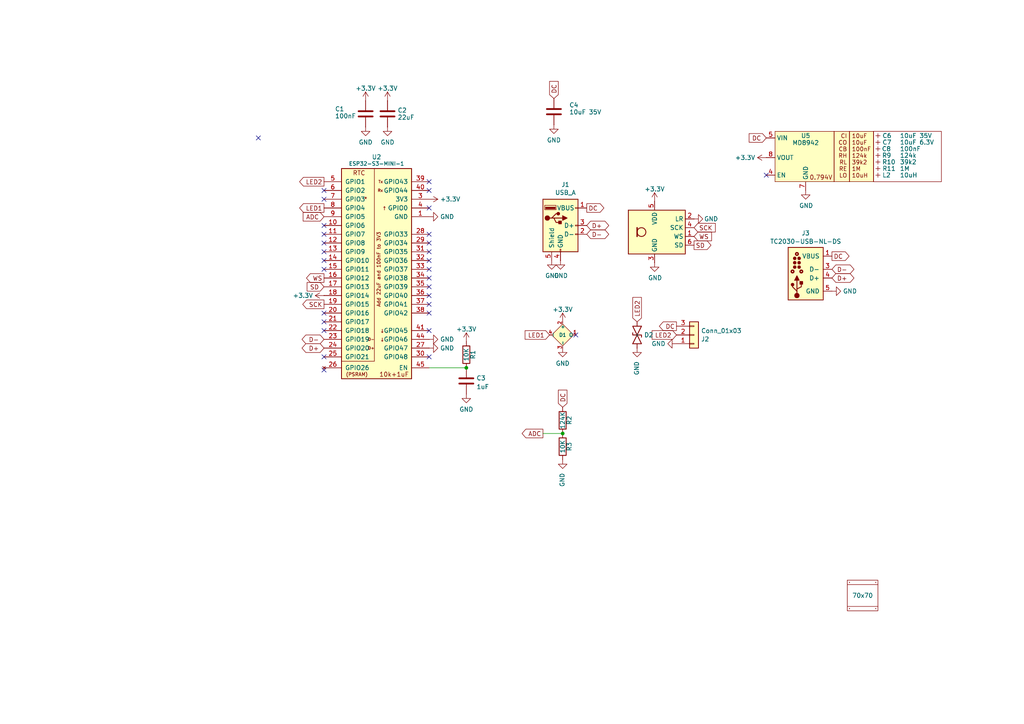
<source format=kicad_sch>
(kicad_sch (version 20231120) (generator "eeschema") (generator_version "8.0")
  (paper "A4")
  (title_block (title "Generic ESP32 USB-A") (date "${DATE}") (rev "1") (comment 1 "@TheRealRevK") (comment 2 "www.me.uk"))
  (lib_symbols
    (symbol "Connector:USB_A" (pin_names (offset 1.016))
      (property "Reference" "J" (at -5.08 11.43 0))
      (property "Value" "USB_A" (at -5.08 8.89 0))
      (symbol "USB_A_0_1"
        (rectangle (start -5.08 -7.62) (end 5.08 7.62) (stroke (width 0.254)) (fill (type background)))
        (circle (center -3.81 2.159) (radius 0.635) (stroke (width 0.254)) (fill (type outline)))
        (rectangle (start -1.524 4.826) (end -4.318 5.334) (fill (type outline)))
        (rectangle (start -1.27 4.572) (end -4.572 5.842))
        (circle (center -0.635 3.429) (radius 0.381) (stroke (width 0.254)) (fill (type outline)))
        (rectangle (start -0.127 -7.62) (end 0.127 -6.858))
        (polyline (pts (xy -3.175 2.159) (xy -2.54 2.159) (xy -1.27 3.429) (xy -0.635 3.429)) (stroke (width 0.254)))
        (polyline (pts (xy -2.54 2.159) (xy -1.905 2.159) (xy -1.27 0.889) (xy 0 0.889)) (stroke (width 0.254)))
        (polyline (pts (xy 0.635 2.794) (xy 0.635 1.524) (xy 1.905 2.159) (xy 0.635 2.794)) (stroke (width 0.254)) (fill (type outline)))
        (rectangle (start 0.254 1.27) (end -0.508 0.508) (stroke (width 0.254)) (fill (type outline)))
        (rectangle (start 5.08 -2.667) (end 4.318 -2.413))
        (rectangle (start 5.08 -0.127) (end 4.318 0.127))
        (rectangle (start 5.08 4.953) (end 4.318 5.207))
      )
      (symbol "USB_A_1_1"
        (polyline (pts (xy -1.905 2.159) (xy 0.635 2.159)) (stroke (width 0.254)))
        (pin power_in line (at 7.62 5.08 180) (length 2.54) (name "VBUS") (number "1"))
        (pin bidirectional line (at 7.62 -2.54 180) (length 2.54) (name "D-") (number "2"))
        (pin bidirectional line (at 7.62 0 180) (length 2.54) (name "D+") (number "3"))
        (pin power_in line (at 0 -10.16 90) (length 2.54) (name "GND") (number "4"))
        (pin passive line (at -2.54 -10.16 90) (length 2.54) (name "Shield") (number "5"))
      )
    )
    (symbol "Connector_Generic:Conn_01x03" (pin_names (offset 1.016) hide)
      (property "Reference" "J" (at 0 5.08 0))
      (property "Value" "Conn_01x03" (at 0 -5.08 0))
      (symbol "Conn_01x03_1_1"
        (rectangle (start -1.27 -2.413) (end 0 -2.667) (stroke (width 0.1524)))
        (rectangle (start -1.27 0.127) (end 0 -0.127) (stroke (width 0.1524)))
        (rectangle (start -1.27 2.667) (end 0 2.413) (stroke (width 0.1524)))
        (rectangle (start -1.27 3.81) (end 1.27 -3.81) (stroke (width 0.254)) (fill (type background)))
        (pin passive line (at -5.08 2.54 0) (length 3.81) (name "Pin_1") (number "1"))
        (pin passive line (at -5.08 0 0) (length 3.81) (name "Pin_2") (number "2"))
        (pin passive line (at -5.08 -2.54 0) (length 3.81) (name "Pin_3") (number "3"))
      )
    )
    (symbol "Device:C" (pin_numbers hide) (pin_names (offset 0.254))
      (property "Reference" "C" (at 0.635 2.54 0))
      (property "Value" "C" (at 0.635 -2.54 0))
      (symbol "C_0_1"
        (polyline (pts (xy -2.032 -0.762) (xy 2.032 -0.762)) (stroke (width 0.508)))
        (polyline (pts (xy -2.032 0.762) (xy 2.032 0.762)) (stroke (width 0.508)))
      )
      (symbol "C_1_1"
        (pin passive line (at 0 3.81 270) (length 2.794) (name "~") (number "1"))
        (pin passive line (at 0 -3.81 90) (length 2.794) (name "~") (number "2"))
      )
    )
    (symbol "Device:R" (pin_numbers hide) (pin_names (offset 0))
      (property "Reference" "R" (at 2.032 0 90))
      (property "Value" "R" (at 0 0 90))
      (symbol "R_0_1"
        (rectangle (start -1.016 -2.54) (end 1.016 2.54) (stroke (width 0.254)))
      )
      (symbol "R_1_1"
        (pin passive line (at 0 3.81 270) (length 1.27) (name "~") (number "1"))
        (pin passive line (at 0 -3.81 90) (length 1.27) (name "~") (number "2"))
      )
    )
    (symbol "RevK:ES05D1MC10" (pin_numbers hide)
      (property "Reference" "D" (at 0 2.54 0))
      (symbol "ES05D1MC10_0_1"
        (polyline (pts (xy -2.54 1.27) (xy -2.54 -1.27) (xy 0 0) (xy -2.54 1.27)) (stroke (width 0.254)))
        (polyline (pts (xy 2.54 -1.27) (xy 2.54 1.27) (xy 0 0) (xy 2.54 -1.27)) (stroke (width 0.254)))
      )
      (symbol "ES05D1MC10_1_1"
        (polyline (pts (xy 0.635 1.27) (xy 0 1.27) (xy 0 -1.27) (xy -0.635 -1.27)) (stroke (width 0.254)))
        (pin passive line (at 3.81 0 180) (length 1.27) (name "~") (number "1"))
        (pin passive line (at -3.81 0 0) (length 1.27) (name "~") (number "2"))
      )
    )
    (symbol "RevK:ESP32-S3-MINI-1-N4R2" (pin_names (offset 1.016))
      (property "Reference" "U" (at 9.525 28.575 0))
      (property "Value" "ESP32-S3-MINI-1-N4R2" (at 0 31.115 0))
      (symbol "ESP32-S3-MINI-1-N4R2_0_0"
        (rectangle (start -10.16 30.48) (end 10.16 -30.48) (stroke (width 0.254)) (fill (type background)))
      )
      (symbol "ESP32-S3-MINI-1-N4R2_1_1"
        (polyline (pts (xy -10.16 -25.4) (xy -0.635 -25.4)))
        (polyline (pts (xy -0.635 30.48) (xy -0.635 -25.4)))
        (text "(PSRAM)" (at -5.715 -29.21 0) (effects (font (size 1 1))))
        (text "*" (at -3.175 21.59 0) (effects (font (size 1.27 1.27))))
        (text "10k+1uF" (at 5.08 -29.21 0) (effects (font (size 1.27 1.27))))
        (text "Add 22uF and 100nF to 3V3" (at 0.635 1.27 900) (effects (font (size 1 1))))
        (text "D+" (at -2.54 -21.59 0) (effects (font (size 0.8 0.8)) (justify left)))
        (text "D-" (at -2.54 -19.05 0) (effects (font (size 0.8 0.8)) (justify left)))
        (text "RTC" (at -5.08 29.21 0) (effects (font (size 1.27 1.27))))
        (text "Rx" (at 1.905 24.13 0) (effects (font (size 0.8 0.8)) (justify right)))
        (text "Tx" (at 1.905 26.67 0) (effects (font (size 0.8 0.8)) (justify right)))
        (text "↑" (at 3.175 19.05 0) (effects (font (size 1.27 1.27)) (justify right)))
        (text "↓" (at 2.54 -19.05 0) (effects (font (size 1.27 1.27)) (justify right)))
        (text "↓" (at 2.54 -16.51 0) (effects (font (size 1.27 1.27)) (justify right)))
        (pin power_in line (at 15.24 16.51 180) (length 5.08) (name "GND") (number "1"))
        (pin passive line (at -15.24 13.97 0) (length 5.08) (name "GPIO6") (number "10"))
        (pin passive line (at -15.24 11.43 0) (length 5.08) (name "GPIO7") (number "11"))
        (pin passive line (at -15.24 8.89 0) (length 5.08) (name "GPIO8") (number "12"))
        (pin passive line (at -15.24 6.35 0) (length 5.08) (name "GPIO9") (number "13"))
        (pin passive line (at -15.24 3.81 0) (length 5.08) (name "GPIO10") (number "14"))
        (pin passive line (at -15.24 1.27 0) (length 5.08) (name "GPIO11") (number "15"))
        (pin passive line (at -15.24 -1.27 0) (length 5.08) (name "GPIO12") (number "16"))
        (pin passive line (at -15.24 -3.81 0) (length 5.08) (name "GPIO13") (number "17"))
        (pin passive line (at -15.24 -6.35 0) (length 5.08) (name "GPIO14") (number "18"))
        (pin passive line (at -15.24 -8.89 0) (length 5.08) (name "GPIO15") (number "19"))
        (pin power_in line (at 15.24 16.51 180) (length 5.08) hide (name "GND") (number "2"))
        (pin passive line (at -15.24 -11.43 0) (length 5.08) (name "GPIO16") (number "20"))
        (pin passive line (at -15.24 -13.97 0) (length 5.08) (name "GPIO17") (number "21"))
        (pin passive line (at -15.24 -16.51 0) (length 5.08) (name "GPIO18") (number "22"))
        (pin passive line (at -15.24 -19.05 0) (length 5.08) (name "GPIO19") (number "23"))
        (pin passive line (at -15.24 -21.59 0) (length 5.08) (name "GPIO20") (number "24"))
        (pin passive line (at -15.24 -24.13 0) (length 5.08) (name "GPIO21") (number "25"))
        (pin no_connect line (at -15.24 -27.305 0) (length 5.08) (name "GPIO26") (number "26"))
        (pin passive line (at 15.24 -21.59 180) (length 5.08) (name "GPIO47") (number "27"))
        (pin passive line (at 15.24 11.43 180) (length 5.08) (name "GPIO33") (number "28"))
        (pin passive line (at 15.24 8.89 180) (length 5.08) (name "GPIO34") (number "29"))
        (pin power_in line (at 15.24 21.59 180) (length 5.08) (name "3V3") (number "3"))
        (pin passive line (at 15.24 -24.13 180) (length 5.08) (name "GPIO48") (number "30"))
        (pin passive line (at 15.24 6.35 180) (length 5.08) (name "GPIO35") (number "31"))
        (pin passive line (at 15.24 3.81 180) (length 5.08) (name "GPIO36") (number "32"))
        (pin passive line (at 15.24 1.27 180) (length 5.08) (name "GPIO37") (number "33"))
        (pin passive line (at 15.24 -1.27 180) (length 5.08) (name "GPIO38") (number "34"))
        (pin passive line (at 15.24 -3.81 180) (length 5.08) (name "GPIO39") (number "35"))
        (pin passive line (at 15.24 -6.35 180) (length 5.08) (name "GPIO40") (number "36"))
        (pin passive line (at 15.24 -8.89 180) (length 5.08) (name "GPIO41") (number "37"))
        (pin passive line (at 15.24 -11.43 180) (length 5.08) (name "GPIO42") (number "38"))
        (pin passive line (at 15.24 26.67 180) (length 5.08) (name "GPIO43") (number "39"))
        (pin passive line (at 15.24 19.05 180) (length 5.08) (name "GPIO0") (number "4"))
        (pin passive line (at 15.24 24.13 180) (length 5.08) (name "GPIO44") (number "40"))
        (pin passive line (at 15.24 -16.51 180) (length 5.08) (name "GPIO45") (number "41"))
        (pin power_in line (at 15.24 16.51 180) (length 5.08) hide (name "GND") (number "42"))
        (pin power_in line (at 15.24 16.51 180) (length 5.08) hide (name "GND") (number "43"))
        (pin passive line (at 15.24 -19.05 180) (length 5.08) (name "GPIO46") (number "44"))
        (pin input line (at 15.24 -27.305 180) (length 5.08) (name "EN") (number "45"))
        (pin power_in line (at 15.24 16.51 180) (length 5.08) hide (name "GND") (number "46"))
        (pin power_in line (at 15.24 16.51 180) (length 5.08) hide (name "GND") (number "47"))
        (pin power_in line (at 15.24 16.51 180) (length 5.08) hide (name "GND") (number "48"))
        (pin power_in line (at 15.24 16.51 180) (length 5.08) hide (name "GND") (number "49"))
        (pin passive line (at -15.24 26.67 0) (length 5.08) (name "GPIO1") (number "5"))
        (pin power_in line (at 15.24 16.51 180) (length 5.08) hide (name "GND") (number "50"))
        (pin power_in line (at 15.24 16.51 180) (length 5.08) hide (name "GND") (number "51"))
        (pin power_in line (at 15.24 16.51 180) (length 5.08) hide (name "GND") (number "52"))
        (pin power_in line (at 15.24 16.51 180) (length 5.08) hide (name "GND") (number "53"))
        (pin power_in line (at 15.24 16.51 180) (length 5.08) hide (name "GND") (number "54"))
        (pin power_in line (at 15.24 16.51 180) (length 5.08) hide (name "GND") (number "55"))
        (pin power_in line (at 15.24 16.51 180) (length 5.08) hide (name "GND") (number "56"))
        (pin power_in line (at 15.24 16.51 180) (length 5.08) hide (name "GND") (number "57"))
        (pin power_in line (at 15.24 16.51 180) (length 5.08) hide (name "GND") (number "58"))
        (pin power_in line (at 15.24 16.51 180) (length 5.08) hide (name "GND") (number "59"))
        (pin passive line (at -15.24 24.13 0) (length 5.08) (name "GPIO2") (number "6"))
        (pin power_in line (at 15.24 16.51 180) (length 5.08) hide (name "GND") (number "60"))
        (pin power_in line (at 15.24 16.51 180) (length 5.08) hide (name "GND") (number "61"))
        (pin power_in line (at 15.24 16.51 180) (length 5.08) hide (name "GND") (number "62"))
        (pin power_in line (at 15.24 16.51 180) (length 5.08) hide (name "GND") (number "63"))
        (pin power_in line (at 15.24 16.51 180) (length 5.08) hide (name "GND") (number "64"))
        (pin power_in line (at 15.24 16.51 180) (length 5.08) hide (name "GND") (number "65"))
        (pin passive line (at -15.24 21.59 0) (length 5.08) (name "GPIO3") (number "7"))
        (pin passive line (at -15.24 19.05 0) (length 5.08) (name "GPIO4") (number "8"))
        (pin passive line (at -15.24 16.51 0) (length 5.08) (name "GPIO5") (number "9"))
      )
    )
    (symbol "RevK:Hidden" (pin_names (offset 1.016)) (in_bom no)
      (property "Reference" "Z" (at 0.635 0 0))
      (property "Value" "Hidden" (at 4.445 0 0))
      (symbol "Hidden_0_1"
        (polyline (pts (xy -0.635 0) (xy 0.635 0)) (stroke (width 0.1524)))
        (polyline (pts (xy 0 0.635) (xy 0 -0.635)) (stroke (width 0.1524)))
      )
    )
    (symbol "RevK:ICS43434_MEMS_Mic"
      (symbol "ICS43434_MEMS_Mic_1_1"
        (rectangle (start -7.62 6.35) (end 8.89 -6.35) (stroke (width 0.254)) (fill (type background)))
        (circle (center -3.81 0) (radius 1.27) (stroke (width 0.254)))
        (polyline (pts (xy -5.08 1.27) (xy -5.08 -1.27)) (stroke (width 0.381)))
        (pin input line (at 11.43 -1.27 180) (length 2.54) (name "WS") (number "1"))
        (pin input line (at 11.43 3.81 180) (length 2.54) (name "LR") (number "2"))
        (pin power_in line (at 0 -8.89 90) (length 2.54) (name "GND") (number "3"))
        (pin input line (at 11.43 1.27 180) (length 2.54) (name "SCK") (number "4"))
        (pin power_in line (at 0 8.89 270) (length 2.54) (name "VDD") (number "5"))
        (pin output line (at 11.43 -3.81 180) (length 2.54) (name "SD") (number "6"))
      )
    )
    (symbol "RevK:MD89420-RegBlock"
      (property "Reference" "U" (at -0.635 4.445 0))
      (property "Value" "MD8942" (at 0 6.35 0))
      (symbol "MD89420-RegBlock_1_1"
        (rectangle (start -8.89 7.62) (end 8.255 -6.985) (fill (type background)))
        (rectangle (start 8.255 7.62) (end 12.7 -6.985) (fill (type background)))
        (rectangle (start 12.7 7.62) (end 19.685 -6.985) (fill (type background)))
        (rectangle (start 19.685 7.62) (end 39.37 -6.985))
        (text "0.794V" (at 4.445 -5.715 0) (effects (font (size 1.27 1.27))))
        (text "10uF\n10uF\n100nF\n124k\n39k2\n1M\n10uH" (at 13.335 6.985 0) (effects (font (size 1.185 1.185)) (justify left top)))
        (text "CI\nCO\nCB\nRH\nRL\nRE\nLO" (at 12.065 6.985 0) (effects (font (size 1.185 1.185)) (justify right top)))
        (pin no_connect line (at 5.715 0 0) (length 2.54) hide (name "") (number "1"))
        (pin power_in line (at 0 -9.525 90) (length 2.54) hide (name "GND") (number "2"))
        (pin no_connect line (at 5.715 1.905 0) (length 2.54) hide (name "") (number "3"))
        (pin input line (at -11.43 -5.08 0) (length 2.54) (name "EN") (number "4"))
        (pin power_in line (at -11.43 5.715 0) (length 2.54) (name "VIN") (number "5"))
        (pin no_connect line (at 5.715 -1.905 0) (length 2.54) hide (name "") (number "6"))
        (pin power_in line (at 0 -9.525 90) (length 2.54) (name "GND") (number "7"))
        (pin power_out line (at -11.43 0 0) (length 2.54) (name "VOUT") (number "8"))
      )
    )
    (symbol "RevK:PCB" (in_bom no)
      (property "Value" "XxY" (at 0 0 0))
      (symbol "PCB_0_1"
        (rectangle (start -4.445 4.445) (end 4.445 -4.445))
        (circle (center -3.81 -3.81) (radius 0.0001))
        (circle (center -3.81 3.81) (radius 0.0001))
        (circle (center 3.81 -3.81) (radius 0.0001))
        (circle (center 3.81 3.81) (radius 0.0001))
      )
    )
    (symbol "RevK:TC2030-USB-NL" (pin_names (offset 1.016)) (in_bom no)
      (property "Reference" "J" (at 0 10.922 0))
      (property "Value" "TC2030-USB-NL" (at 0 8.89 0))
      (symbol "TC2030-USB-NL_0_1"
        (rectangle (start -5.08 7.62) (end 5.08 -7.62) (stroke (width 0.254)) (fill (type background)))
        (circle (center -3.81 -3.175) (radius 0.381) (stroke (width 0.254)) (fill (type outline)))
        (circle (center -3.175 1.905) (radius 0.381) (stroke (width 0.254)) (fill (type outline)))
        (circle (center -3.175 3.175) (radius 0.381) (stroke (width 0.254)) (fill (type outline)))
        (circle (center -3.175 4.445) (radius 0.381) (stroke (width 0.254)) (fill (type outline)))
        (circle (center -2.54 -6.35) (radius 0.635) (stroke (width 0.254)) (fill (type outline)))
        (circle (center -1.905 1.905) (radius 0.381) (stroke (width 0.254)) (fill (type outline)))
        (circle (center -1.905 3.175) (radius 0.381) (stroke (width 0.254)) (fill (type outline)))
        (circle (center -1.905 4.445) (radius 0.381) (stroke (width 0.254)) (fill (type outline)))
        (rectangle (start -1.651 -2.286) (end -0.889 -3.048) (stroke (width 0.254)) (fill (type outline)))
        (polyline (pts (xy -3.175 -1.905) (xy -1.905 -1.905) (xy -2.54 -0.635) (xy -3.175 -1.905)) (stroke (width 0.254)) (fill (type outline)))
        (polyline (pts (xy -2.54 -5.715) (xy -2.54 -5.08) (xy -3.81 -3.81) (xy -3.81 -3.175)) (stroke (width 0.254)))
        (polyline (pts (xy -2.54 -5.08) (xy -2.54 -4.445) (xy -1.27 -3.81) (xy -1.27 -2.54)) (stroke (width 0.254)))
      )
      (symbol "TC2030-USB-NL_1_1"
        (circle (center -3.81 0.635) (radius 0.381) (stroke (width 0.4)))
        (circle (center -2.54 5.715) (radius 0.381) (stroke (width 0.4)))
        (circle (center -1.27 0.635) (radius 0.381) (stroke (width 0.4)))
        (polyline (pts (xy -2.54 -4.445) (xy -2.54 -1.905)) (stroke (width 0.254)))
        (pin passive line (at 7.62 5.08 180) (length 2.54) (name "VBUS") (number "1"))
        (pin passive line (at 7.62 5.08 180) (length 2.54) hide (name "VBUS") (number "2"))
        (pin bidirectional line (at 7.62 1.27 180) (length 2.54) (name "D-") (number "3"))
        (pin bidirectional line (at 7.62 -1.27 180) (length 2.54) (name "D+") (number "4"))
        (pin passive line (at 7.62 -5.08 180) (length 2.54) (name "GND") (number "5"))
        (pin passive line (at 7.62 -5.08 180) (length 2.54) hide (name "GND") (number "6"))
      )
    )
    (symbol "RevK:VCUT" (in_bom no)
      (symbol "VCUT_0_1"
        (polyline (pts (xy -4.445 0) (xy 4.445 0)))
      )
    )
    (symbol "RevK:WS2812B-1mm" (pin_names (offset 0.254))
      (property "Reference" "D" (at 0 0 0))
      (symbol "WS2812B-1mm_1_1"
        (polyline (pts (xy 0 3.175) (xy 3.175 0) (xy 0 -3.175) (xy -3.175 0) (xy 0 3.175)) (fill (type background)))
        (pin output line (at 3.81 0 180) (length 0.5) (name "O") (number "1"))
        (pin power_in line (at 0 -3.81 90) (length 0.5) (name "+") (number "2"))
        (pin power_in line (at 0 3.81 270) (length 0.5) (name "-") (number "3"))
        (pin input line (at -3.81 0 0) (length 0.5) (name "I") (number "4"))
      )
    )
    (symbol "power:+3.3V" (power) (pin_numbers hide) (pin_names (offset 0) hide)
      (property "Value" "+3.3V" (at 0 3.556 0))
      (symbol "+3.3V_0_1"
        (polyline (pts (xy -0.762 1.27) (xy 0 2.54)))
        (polyline (pts (xy 0 0) (xy 0 2.54)))
        (polyline (pts (xy 0 2.54) (xy 0.762 1.27)))
      )
      (symbol "+3.3V_1_1"
        (pin power_in line (at 0 0 90) (length 0) (name "~") (number "1"))
      )
    )
    (symbol "power:GND" (power) (pin_numbers hide) (pin_names (offset 0) hide)
      (property "Value" "GND" (at 0 -3.81 0))
      (symbol "GND_0_1"
        (polyline (pts (xy 0 0) (xy 0 -1.27) (xy 1.27 -1.27) (xy 0 -2.54) (xy -1.27 -1.27) (xy 0 -1.27)))
      )
      (symbol "GND_1_1"
        (pin power_in line (at 0 0 270) (length 0) (name "~") (number "1"))
      )
    )
  )
  (junction (at 163.195 125.73))
  (junction (at 135.255 106.68))
  (no_connect (at 93.98 73.025))
  (no_connect (at 124.46 52.705))
  (no_connect (at 124.46 67.945))
  (no_connect (at 93.98 65.405))
  (no_connect (at 124.46 75.565))
  (no_connect (at 93.98 95.885))
  (no_connect (at 93.98 57.785))
  (no_connect (at 222.25 50.8))
  (no_connect (at 124.46 103.505))
  (no_connect (at 74.93 40.005))
  (no_connect (at 124.46 70.485))
  (no_connect (at 124.46 90.805))
  (no_connect (at 124.46 83.185))
  (no_connect (at 93.98 55.245))
  (no_connect (at 124.46 95.885))
  (no_connect (at 124.46 85.725))
  (no_connect (at 124.46 88.265))
  (no_connect (at 167.005 97.155))
  (no_connect (at 93.98 103.505))
  (no_connect (at 124.46 78.105))
  (no_connect (at 124.46 80.645))
  (no_connect (at 93.98 75.565))
  (no_connect (at 93.98 67.945))
  (no_connect (at 93.98 93.345))
  (no_connect (at 93.98 78.105))
  (no_connect (at 93.98 107.315))
  (no_connect (at 93.98 70.485))
  (no_connect (at 124.46 73.025))
  (no_connect (at 124.46 60.325))
  (no_connect (at 124.46 55.245))
  (no_connect (at 93.98 90.805))
  (wire (pts (xy 157.48 125.73) (xy 163.195 125.73)))
  (wire (pts (xy 124.46 106.68) (xy 135.255 106.68)))
  (global_label "LED2" (shape input) (at 196.215 97.155 180) (property "Intersheetrefs" "${INTERSHEET_REFS}" (effects (hide yes))))
  (global_label "D+" (shape bidirectional) (at 170.18 65.405 0) (property "Intersheetrefs" "${INTERSHEET_REFS}" (effects (hide yes))))
  (global_label "DC" (shape input) (at 222.25 40.005 180) (property "Intersheetrefs" "${INTERSHEET_REFS}" (effects (hide yes))))
  (global_label "ADC" (shape input) (at 93.98 62.865 180) (property "Intersheetrefs" "${INTERSHEET_REFS}" (effects (hide yes))))
  (global_label "WS" (shape output) (at 93.98 80.645 180) (property "Intersheetrefs" "${INTERSHEET_REFS}" (effects (hide yes))))
  (global_label "D+" (shape bidirectional) (at 241.3 80.645 0) (property "Intersheetrefs" "${INTERSHEET_REFS}" (effects (hide yes))))
  (global_label "LED2" (shape input) (at 184.785 93.345 90) (property "Intersheetrefs" "${INTERSHEET_REFS}" (effects (hide yes))))
  (global_label "DC" (shape output) (at 241.3 74.295 0) (property "Intersheetrefs" "${INTERSHEET_REFS}" (effects (hide yes))))
  (global_label "SD" (shape output) (at 201.295 71.12 0) (property "Intersheetrefs" "${INTERSHEET_REFS}" (effects (hide yes))))
  (global_label "D+" (shape bidirectional) (at 93.98 100.965 180) (property "Intersheetrefs" "${INTERSHEET_REFS}" (effects (hide yes))))
  (global_label "DC" (shape input) (at 160.655 28.575 90) (property "Intersheetrefs" "${INTERSHEET_REFS}" (effects (hide yes))))
  (global_label "LED2" (shape output) (at 93.98 52.705 180) (property "Intersheetrefs" "${INTERSHEET_REFS}" (effects (hide yes))))
  (global_label "DC" (shape input) (at 163.195 118.11 90) (property "Intersheetrefs" "${INTERSHEET_REFS}" (effects (hide yes))))
  (global_label "SD" (shape input) (at 93.98 83.185 180) (property "Intersheetrefs" "${INTERSHEET_REFS}" (effects (hide yes))))
  (global_label "D-" (shape bidirectional) (at 170.18 67.945 0) (property "Intersheetrefs" "${INTERSHEET_REFS}" (effects (hide yes))))
  (global_label "DC" (shape output) (at 196.215 94.615 180) (property "Intersheetrefs" "${INTERSHEET_REFS}" (effects (hide yes))))
  (global_label "SCK" (shape input) (at 201.295 66.04 0) (property "Intersheetrefs" "${INTERSHEET_REFS}" (effects (hide yes))))
  (global_label "D-" (shape bidirectional) (at 93.98 98.425 180) (property "Intersheetrefs" "${INTERSHEET_REFS}" (effects (hide yes))))
  (global_label "DC" (shape output) (at 170.18 60.325 0) (property "Intersheetrefs" "${INTERSHEET_REFS}" (effects (hide yes))))
  (global_label "ADC" (shape output) (at 157.48 125.73 180) (property "Intersheetrefs" "${INTERSHEET_REFS}" (effects (hide yes))))
  (global_label "WS" (shape input) (at 201.295 68.58 0) (property "Intersheetrefs" "${INTERSHEET_REFS}" (effects (hide yes))))
  (global_label "D-" (shape bidirectional) (at 241.3 78.105 0) (property "Intersheetrefs" "${INTERSHEET_REFS}" (effects (hide yes))))
  (global_label "LED1" (shape input) (at 159.385 97.155 180) (property "Intersheetrefs" "${INTERSHEET_REFS}" (effects (hide yes))))
  (global_label "LED1" (shape output) (at 93.98 60.325 180) (property "Intersheetrefs" "${INTERSHEET_REFS}" (effects (hide yes))))
  (global_label "SCK" (shape output) (at 93.98 88.265 180) (property "Intersheetrefs" "${INTERSHEET_REFS}" (effects (hide yes))))
  (symbol (lib_id "Connector:USB_A") (at 162.56 65.405 0) (unit 1) (in_bom no)
    (property "Reference" "J1" (at 164.0078 53.5432 0))
    (property "Value" "USB_A" (at 164.0078 55.8546 0))
    (property "Footprint" "RevK:USB-A-PCB" (effects (hide yes)))
    (property "Description" "USB Type A connector" (effects (hide yes)))
  )
  (symbol (lib_id "power:GND") (at 160.02 75.565 0) (unit 1)
    (property "Reference" "#PWR06" (effects (hide yes)))
    (property "Value" "GND" (at 160.147 79.9592 0))
    (property "Description" "Power symbol creates a global label with name \"GND\" , ground" (effects (hide yes)))
  )
  (symbol (lib_id "power:GND") (at 162.56 75.565 0) (unit 1)
    (property "Reference" "#PWR07" (effects (hide yes)))
    (property "Value" "GND" (at 162.687 79.9592 0))
    (property "Description" "Power symbol creates a global label with name \"GND\" , ground" (effects (hide yes)))
  )
  (symbol (lib_id "RevK:Hidden") (at 254.635 41.275 0) (unit 1)
    (property "Reference" "C7" (at 255.905 41.275 0) (effects (justify left)))
    (property "Value" "10uF 6.3V" (at 260.985 41.275 0) (effects (justify left)))
    (property "Footprint" "RevK:C_0603_" (effects (hide yes)))
    (property "MPN" "C1691" (effects (hide yes)))
  )
  (symbol (lib_id "power:GND") (at 124.46 98.425 90) (unit 1)
    (property "Reference" "#PWR021" (effects (hide yes)))
    (property "Value" "GND" (at 127.635 98.425 90) (effects (justify right)))
    (property "Description" "Power symbol creates a global label with name \"GND\" , ground" (effects (hide yes)))
  )
  (symbol (lib_id "RevK:MD89420-RegBlock") (at 233.68 45.72 0) (unit 1)
    (property "Reference" "U5" (at 233.68 39.37 0))
    (property "Value" "MD8942" (at 233.68 41.418 0))
    (property "Footprint" "RevK:SOT-23-6-MD8942" (effects (hide yes)))
    (property "Datasheet" "https://datasheet.lcsc.com/lcsc/2101111937_Shanghai-Mingda-Microelectronics-MD8942_C2684786.pdf" (effects (hide yes)))
    (property "MPN" "C2684786" (effects (hide yes)))
  )
  (symbol (lib_id "RevK:Hidden") (at 254.635 39.37 0) (unit 1)
    (property "Reference" "C6" (at 255.905 39.37 0) (effects (justify left)))
    (property "Value" "10uF 35V" (at 260.985 39.37 0) (effects (justify left)))
    (property "Footprint" "RevK:C_0603_" (effects (hide yes)))
    (property "MPN" "C194427" (effects (hide yes)))
  )
  (symbol (lib_id "power:+3.3V") (at 135.255 99.06 0) (unit 1)
    (property "Reference" "#PWR0106" (effects (hide yes)))
    (property "Value" "+3.3V" (at 135.255 95.4842 0))
    (property "Description" "Power symbol creates a global label with name \"+3.3V\"" (effects (hide yes)))
  )
  (symbol (lib_id "RevK:WS2812B-1mm") (at 163.195 97.155 0) (mirror x) (unit 1)
    (property "Reference" "D1" (at 163.195 97.155 0) (effects (font (size 1 1))))
    (property "Value" "XL-1010RGBC-WS2812B" (effects (hide yes)))
    (property "Footprint" "RevK:SMD1010" (effects (hide yes)))
    (property "Datasheet" "https://datasheet.lcsc.com/lcsc/2301111010_XINGLIGHT-XL-1010RGBC-WS2812B_C5349953.pdf" (effects (hide yes)))
    (property "Description" "RGB LED with integrated controller" (effects (hide yes)))
    (property "MPN" "C5349953" (effects (hide yes)))
  )
  (symbol (lib_id "power:GND") (at 196.215 99.695 270) (unit 1)
    (property "Reference" "#PWR014" (effects (hide yes)))
    (property "Value" "GND" (at 193.0401 99.695 90) (effects (justify right)))
    (property "Description" "Power symbol creates a global label with name \"GND\" , ground" (effects (hide yes)))
  )
  (symbol (lib_id "RevK:VCUT") (at 250.19 175.895 0) (unit 1) (exclude_from_sim yes) (in_bom no)
    (property "Reference" "V2" (effects (hide yes)))
    (property "Value" "70" (effects (hide yes)))
    (property "Footprint" "RevK:VCUT70N" (effects (hide yes)))
  )
  (symbol (lib_id "Device:C") (at 160.655 32.385 0) (unit 1)
    (property "Reference" "C4" (at 165.1 30.464 0) (effects (justify left)))
    (property "Value" "10uF 35V" (at 165.1 32.512 0) (effects (justify left)))
    (property "Footprint" "RevK:C_0603" (effects (hide yes)))
    (property "Description" "Unpolarized capacitor" (effects (hide yes)))
    (property "MPN" "C194427" (effects (hide yes)))
  )
  (symbol (lib_id "power:GND") (at 201.295 63.5 90) (unit 1)
    (property "Reference" "#PWR019" (effects (hide yes)))
    (property "Value" "GND" (at 206.248 63.5 90))
    (property "Description" "Power symbol creates a global label with name \"GND\" , ground" (effects (hide yes)))
  )
  (symbol (lib_id "RevK:TC2030-USB-NL") (at 233.68 79.375 0) (unit 1) (in_bom no)
    (property "Reference" "J3" (at 233.68 67.6105 0))
    (property "Value" "TC2030-USB-NL-DS" (at 233.68 70.0348 0))
    (property "Footprint" "RevK:Tag-Connect_TC2030-IDC-NL_2x03_P1.27mm_Vertical" (effects (hide yes)))
    (property "Datasheet" " ~" (effects (hide yes)))
    (property "Description" "TC2030-USB-NL" (effects (hide yes)))
  )
  (symbol (lib_id "power:+3.3V") (at 222.25 45.72 90) (unit 1)
    (property "Reference" "#PWR09" (effects (hide yes)))
    (property "Value" "+3.3V" (at 219.075 45.72 90) (effects (justify left)))
    (property "Description" "Power symbol creates a global label with name \"+3.3V\"" (effects (hide yes)))
  )
  (symbol (lib_id "RevK:ICS43434_MEMS_Mic") (at 189.865 67.31 0) (unit 1)
    (property "Reference" "U1" (effects (hide yes)))
    (property "Value" "ICS43434_MEMS_Mic" (effects (hide yes)))
    (property "Footprint" "RevK:ICS43434_MEMS_Mic" (effects (hide yes)))
    (property "Datasheet" "https://www.lcsc.com/datasheet/lcsc_datasheet_2312010321_TDK-InvenSense-ICS-43434_C5656610.pdf" (effects (hide yes)))
    (property "Description" "I2S Microphone" (effects (hide yes)))
    (property "MPN" "C5656610" (effects (hide yes)))
  )
  (symbol (lib_id "power:GND") (at 184.785 100.965 0) (unit 1)
    (property "Reference" "#PWR023" (effects (hide yes)))
    (property "Value" "GND" (at 184.658 104.775 90) (effects (justify right)))
    (property "Description" "Power symbol creates a global label with name \"GND\" , ground" (effects (hide yes)))
  )
  (symbol (lib_id "Device:C") (at 135.255 110.49 0) (unit 1)
    (property "Reference" "C3" (at 138.176 109.6553 0) (effects (justify left)))
    (property "Value" "1uF" (at 138.176 112.1922 0) (effects (justify left)))
    (property "Footprint" "RevK:C_0402" (effects (hide yes)))
    (property "Description" "Unpolarized capacitor" (effects (hide yes)))
  )
  (symbol (lib_id "power:GND") (at 241.3 84.455 90) (unit 1)
    (property "Reference" "#PWR015" (effects (hide yes)))
    (property "Value" "GND" (at 244.475 84.455 90) (effects (justify right)))
    (property "Description" "Power symbol creates a global label with name \"GND\" , ground" (effects (hide yes)))
  )
  (symbol (lib_id "power:GND") (at 189.865 76.2 0) (unit 1)
    (property "Reference" "#PWR018" (effects (hide yes)))
    (property "Value" "GND" (at 189.992 80.5942 0))
    (property "Description" "Power symbol creates a global label with name \"GND\" , ground" (effects (hide yes)))
  )
  (symbol (lib_id "power:+3.3V") (at 163.195 93.345 0) (unit 1)
    (property "Reference" "#PWR016" (effects (hide yes)))
    (property "Value" "+3.3V" (at 163.195 89.7692 0))
    (property "Description" "Power symbol creates a global label with name \"+3.3V\"" (effects (hide yes)))
  )
  (symbol (lib_id "power:+3.3V") (at 189.865 58.42 0) (unit 1)
    (property "Reference" "#PWR02" (effects (hide yes)))
    (property "Value" "+3.3V" (at 189.865 54.8442 0))
    (property "Description" "Power symbol creates a global label with name \"+3.3V\"" (effects (hide yes)))
  )
  (symbol (lib_id "RevK:VCUT") (at 250.19 169.545 0) (unit 1) (exclude_from_sim yes) (in_bom no)
    (property "Reference" "V1" (effects (hide yes)))
    (property "Value" "70" (effects (hide yes)))
    (property "Footprint" "RevK:VCUT70N" (effects (hide yes)))
  )
  (symbol (lib_id "power:GND") (at 106.045 36.83 0) (unit 1)
    (property "Reference" "#PWR011" (effects (hide yes)))
    (property "Value" "GND" (at 106.045 41.2734 0))
    (property "Description" "Power symbol creates a global label with name \"GND\" , ground" (effects (hide yes)))
  )
  (symbol (lib_id "RevK:Hidden") (at 254.635 48.895 0) (unit 1)
    (property "Reference" "R11" (at 255.905 48.895 0) (effects (justify left)))
    (property "Value" "1M" (at 260.985 48.895 0) (effects (justify left)))
    (property "Footprint" "RevK:R_0402_" (effects (hide yes)))
  )
  (symbol (lib_id "power:+3.3V") (at 112.395 29.21 0) (unit 1)
    (property "Reference" "#PWR012" (effects (hide yes)))
    (property "Value" "+3.3V" (at 112.395 25.6342 0))
    (property "Description" "Power symbol creates a global label with name \"+3.3V\"" (effects (hide yes)))
  )
  (symbol (lib_id "Device:R") (at 163.195 129.54 0) (unit 1)
    (property "Reference" "R3" (at 165.1 129.54 90))
    (property "Value" "10K" (at 163.195 129.54 90))
    (property "Footprint" "RevK:R_0402" (effects (hide yes)))
    (property "Description" "Resistor" (effects (hide yes)))
  )
  (symbol (lib_id "Device:C") (at 112.395 33.02 0) (unit 1)
    (property "Reference" "C2" (at 115.316 31.996 0) (effects (justify left)))
    (property "Value" "22uF" (at 115.316 34.044 0) (effects (justify left)))
    (property "Footprint" "RevK:C_0402" (effects (hide yes)))
    (property "Description" "Unpolarized capacitor" (effects (hide yes)))
  )
  (symbol (lib_id "power:+3.3V") (at 93.98 85.725 90) (unit 1)
    (property "Reference" "#PWR04" (effects (hide yes)))
    (property "Value" "+3.3V" (at 90.805 85.725 90) (effects (justify left)))
    (property "Description" "Power symbol creates a global label with name \"+3.3V\"" (effects (hide yes)))
  )
  (symbol (lib_id "RevK:ES05D1MC10") (at 184.785 97.155 270) (unit 1)
    (property "Reference" "D2" (at 186.817 97.155 90) (effects (justify left)))
    (property "Value" "~" (at 184.785 97.155 0))
    (property "Footprint" "RevK:DFN1006-2L" (effects (hide yes)))
    (property "MPN" "C5137770" (effects (hide yes)))
  )
  (symbol (lib_id "RevK:PCB") (at 250.19 172.72 0) (unit 1) (in_bom no)
    (property "Reference" "PCB1" (effects (hide yes)))
    (property "Value" "70x70" (at 250.19 172.72 0))
    (property "Footprint" "RevK:PCB7070" (effects (hide yes)))
  )
  (symbol (lib_id "RevK:Hidden") (at 254.635 45.085 0) (unit 1)
    (property "Reference" "R9" (at 257.175 45.085 0))
    (property "Value" "124k" (at 260.985 45.085 0) (effects (justify left)))
    (property "Footprint" "RevK:R_0402_" (effects (hide yes)))
  )
  (symbol (lib_id "power:GND") (at 163.195 100.965 0) (unit 1)
    (property "Reference" "#PWR022" (effects (hide yes)))
    (property "Value" "GND" (at 163.195 105.4084 0))
    (property "Description" "Power symbol creates a global label with name \"GND\" , ground" (effects (hide yes)))
  )
  (symbol (lib_id "power:GND") (at 135.255 114.3 0) (unit 1)
    (property "Reference" "#PWR0105" (effects (hide yes)))
    (property "Value" "GND" (at 135.255 118.7434 0))
    (property "Description" "Power symbol creates a global label with name \"GND\" , ground" (effects (hide yes)))
  )
  (symbol (lib_id "power:GND") (at 124.46 62.865 90) (unit 1)
    (property "Reference" "#PWR01" (effects (hide yes)))
    (property "Value" "GND" (at 127.635 62.865 90) (effects (justify right)))
    (property "Description" "Power symbol creates a global label with name \"GND\" , ground" (effects (hide yes)))
  )
  (symbol (lib_id "power:+3.3V") (at 106.045 29.21 0) (unit 1)
    (property "Reference" "#PWR08" (effects (hide yes)))
    (property "Value" "+3.3V" (at 106.045 25.6342 0))
    (property "Description" "Power symbol creates a global label with name \"+3.3V\"" (effects (hide yes)))
  )
  (symbol (lib_id "RevK:Hidden") (at 254.635 50.8 90) (unit 1)
    (property "Reference" "L2" (at 255.905 50.8 90) (effects (justify right)))
    (property "Value" "10uH" (at 260.985 50.8 90) (effects (justify right)))
    (property "Footprint" "RevK:L_4x4_" (effects (hide yes)))
  )
  (symbol (lib_id "Device:R") (at 163.195 121.92 0) (unit 1)
    (property "Reference" "R2" (at 165.1 121.92 90))
    (property "Value" "124K" (at 163.195 121.92 90))
    (property "Footprint" "RevK:R_0402" (effects (hide yes)))
    (property "Description" "Resistor" (effects (hide yes)))
  )
  (symbol (lib_id "RevK:ESP32-S3-MINI-1-N4R2") (at 109.22 79.375 0) (unit 1)
    (property "Reference" "U2" (at 109.22 45.5382 0))
    (property "Value" "ESP32-S3-MINI-1" (at 109.22 47.4746 0) (effects (font (size 1.1 1.1))))
    (property "Footprint" "RevK:ESP32-S3-MINI-1" (effects (hide yes)))
    (property "Datasheet" "https://www.espressif.com/sites/default/files/documentation/esp32-s3-mini-1_mini-1u_datasheet_en.pdf" (effects (hide yes)))
    (property "MPN" "C3013941" (effects (hide yes)))
  )
  (symbol (lib_id "Connector_Generic:Conn_01x03") (at 201.295 97.155 0) (mirror x) (unit 1)
    (property "Reference" "J2" (at 203.327 98.3672 0) (effects (justify left)))
    (property "Value" "Conn_01x03" (at 203.327 95.9429 0) (effects (justify left)))
    (property "Footprint" "RevK:WAGO-2060-453-998-404" (effects (hide yes)))
    (property "Description" "Generic connector, single row, 01x03, script generated (kicad-library-utils/schlib/autogen/connector/)" (effects (hide yes)))
    (property "MPN" "C2765056" (effects (hide yes)))
  )
  (symbol (lib_id "power:+3.3V") (at 124.46 57.785 270) (unit 1)
    (property "Reference" "#PWR03" (effects (hide yes)))
    (property "Value" "+3.3V" (at 127.635 57.785 90) (effects (justify left)))
    (property "Description" "Power symbol creates a global label with name \"+3.3V\"" (effects (hide yes)))
  )
  (symbol (lib_id "Device:C") (at 106.045 33.02 0) (unit 1)
    (property "Reference" "C1" (at 97.155 31.607 0) (effects (justify left)))
    (property "Value" "100nF" (at 97.155 33.655 0) (effects (justify left)))
    (property "Footprint" "RevK:C_0402" (effects (hide yes)))
    (property "Description" "Unpolarized capacitor" (effects (hide yes)))
  )
  (symbol (lib_id "power:GND") (at 163.195 133.35 0) (unit 1)
    (property "Reference" "#PWR05" (effects (hide yes)))
    (property "Value" "GND" (at 163.068 137.16 90) (effects (justify right)))
    (property "Description" "Power symbol creates a global label with name \"GND\" , ground" (effects (hide yes)))
  )
  (symbol (lib_id "Device:R") (at 135.255 102.87 0) (unit 1)
    (property "Reference" "R1" (at 137.16 102.87 90))
    (property "Value" "10K" (at 135.255 102.87 90))
    (property "Footprint" "RevK:R_0402" (effects (hide yes)))
    (property "Description" "Resistor" (effects (hide yes)))
  )
  (symbol (lib_id "power:GND") (at 160.655 36.195 0) (unit 1)
    (property "Reference" "#PWR027" (effects (hide yes)))
    (property "Value" "GND" (at 160.655 40.6384 0))
    (property "Description" "Power symbol creates a global label with name \"GND\" , ground" (effects (hide yes)))
  )
  (symbol (lib_id "power:GND") (at 233.68 55.245 0) (unit 1)
    (property "Reference" "#PWR010" (effects (hide yes)))
    (property "Value" "GND" (at 233.807 59.6392 0))
    (property "Description" "Power symbol creates a global label with name \"GND\" , ground" (effects (hide yes)))
  )
  (symbol (lib_id "power:GND") (at 112.395 36.83 0) (unit 1)
    (property "Reference" "#PWR013" (effects (hide yes)))
    (property "Value" "GND" (at 112.395 41.2734 0))
    (property "Description" "Power symbol creates a global label with name \"GND\" , ground" (effects (hide yes)))
  )
  (symbol (lib_id "RevK:Hidden") (at 254.635 46.99 270) (unit 1)
    (property "Reference" "R10" (at 257.81 46.99 90))
    (property "Value" "39k2" (at 260.985 46.99 90) (effects (justify left)))
    (property "Footprint" "RevK:R_0402_" (effects (hide yes)))
  )
  (symbol (lib_id "power:GND") (at 124.46 100.965 90) (unit 1)
    (property "Reference" "#PWR017" (effects (hide yes)))
    (property "Value" "GND" (at 127.635 100.965 90) (effects (justify right)))
    (property "Description" "Power symbol creates a global label with name \"GND\" , ground" (effects (hide yes)))
  )
  (symbol (lib_id "RevK:Hidden") (at 254.635 43.18 90) (unit 1)
    (property "Reference" "C8" (at 258.445 43.18 90) (effects (justify left)))
    (property "Value" "100nF" (at 260.985 43.18 90) (effects (justify right)))
    (property "Footprint" "RevK:C_0603_" (effects (hide yes)))
  )
)
</source>
